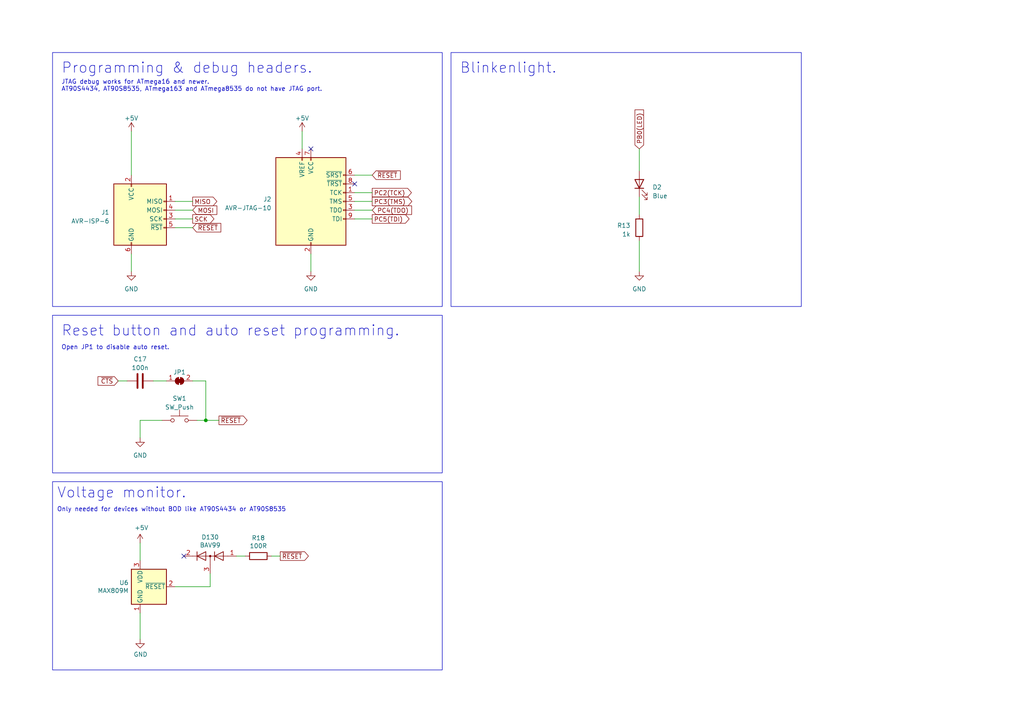
<source format=kicad_sch>
(kicad_sch (version 20230121) (generator eeschema)

  (uuid 38ab4f6b-bcaf-490a-9a26-737c3775a471)

  (paper "A4")

  (title_block
    (title "AT90S8535 demo board")
    (date "2023-04-01")
    (rev "V1.0")
    (company "https://github.com/atoomnetmarc/AVR-demo-board")
    (comment 1 "Apache License, version 2.0")
  )

  (lib_symbols
    (symbol "Connector:AVR-ISP-6" (pin_names (offset 1.016)) (in_bom yes) (on_board yes)
      (property "Reference" "J" (at -6.35 11.43 0)
        (effects (font (size 1.27 1.27)) (justify left))
      )
      (property "Value" "AVR-ISP-6" (at 0 11.43 0)
        (effects (font (size 1.27 1.27)) (justify left))
      )
      (property "Footprint" "" (at -6.35 1.27 90)
        (effects (font (size 1.27 1.27)) hide)
      )
      (property "Datasheet" " ~" (at -32.385 -13.97 0)
        (effects (font (size 1.27 1.27)) hide)
      )
      (property "ki_keywords" "AVR ISP Connector" (at 0 0 0)
        (effects (font (size 1.27 1.27)) hide)
      )
      (property "ki_description" "Atmel 6-pin ISP connector" (at 0 0 0)
        (effects (font (size 1.27 1.27)) hide)
      )
      (property "ki_fp_filters" "IDC?Header*2x03* Pin?Header*2x03*" (at 0 0 0)
        (effects (font (size 1.27 1.27)) hide)
      )
      (symbol "AVR-ISP-6_0_1"
        (rectangle (start -2.667 -6.858) (end -2.413 -7.62)
          (stroke (width 0) (type default))
          (fill (type none))
        )
        (rectangle (start -2.667 10.16) (end -2.413 9.398)
          (stroke (width 0) (type default))
          (fill (type none))
        )
        (rectangle (start 7.62 -2.413) (end 6.858 -2.667)
          (stroke (width 0) (type default))
          (fill (type none))
        )
        (rectangle (start 7.62 0.127) (end 6.858 -0.127)
          (stroke (width 0) (type default))
          (fill (type none))
        )
        (rectangle (start 7.62 2.667) (end 6.858 2.413)
          (stroke (width 0) (type default))
          (fill (type none))
        )
        (rectangle (start 7.62 5.207) (end 6.858 4.953)
          (stroke (width 0) (type default))
          (fill (type none))
        )
        (rectangle (start 7.62 10.16) (end -7.62 -7.62)
          (stroke (width 0.254) (type default))
          (fill (type background))
        )
      )
      (symbol "AVR-ISP-6_1_1"
        (pin passive line (at 10.16 5.08 180) (length 2.54)
          (name "MISO" (effects (font (size 1.27 1.27))))
          (number "1" (effects (font (size 1.27 1.27))))
        )
        (pin passive line (at -2.54 12.7 270) (length 2.54)
          (name "VCC" (effects (font (size 1.27 1.27))))
          (number "2" (effects (font (size 1.27 1.27))))
        )
        (pin passive line (at 10.16 0 180) (length 2.54)
          (name "SCK" (effects (font (size 1.27 1.27))))
          (number "3" (effects (font (size 1.27 1.27))))
        )
        (pin passive line (at 10.16 2.54 180) (length 2.54)
          (name "MOSI" (effects (font (size 1.27 1.27))))
          (number "4" (effects (font (size 1.27 1.27))))
        )
        (pin passive line (at 10.16 -2.54 180) (length 2.54)
          (name "~{RST}" (effects (font (size 1.27 1.27))))
          (number "5" (effects (font (size 1.27 1.27))))
        )
        (pin passive line (at -2.54 -10.16 90) (length 2.54)
          (name "GND" (effects (font (size 1.27 1.27))))
          (number "6" (effects (font (size 1.27 1.27))))
        )
      )
    )
    (symbol "Connector:AVR-JTAG-10" (pin_names (offset 1.016)) (in_bom yes) (on_board yes)
      (property "Reference" "J" (at -8.89 13.97 0)
        (effects (font (size 1.27 1.27)) (justify left))
      )
      (property "Value" "AVR-JTAG-10" (at 1.27 13.97 0)
        (effects (font (size 1.27 1.27)) (justify left))
      )
      (property "Footprint" "" (at -3.81 3.81 90)
        (effects (font (size 1.27 1.27)) hide)
      )
      (property "Datasheet" " ~" (at -32.385 -13.97 0)
        (effects (font (size 1.27 1.27)) hide)
      )
      (property "ki_keywords" "AVR JTAG Connector" (at 0 0 0)
        (effects (font (size 1.27 1.27)) hide)
      )
      (property "ki_description" "Atmel 10-pin JTAG connector" (at 0 0 0)
        (effects (font (size 1.27 1.27)) hide)
      )
      (property "ki_fp_filters" "IDC?Header*2x05* Pin?Header*2x05*" (at 0 0 0)
        (effects (font (size 1.27 1.27)) hide)
      )
      (symbol "AVR-JTAG-10_0_1"
        (rectangle (start -2.667 12.7) (end -2.413 11.938)
          (stroke (width 0) (type default))
          (fill (type none))
        )
        (rectangle (start -0.127 -11.938) (end 0.127 -12.7)
          (stroke (width 0) (type default))
          (fill (type none))
        )
        (rectangle (start -0.127 12.7) (end 0.127 11.938)
          (stroke (width 0) (type default))
          (fill (type none))
        )
        (rectangle (start 10.16 -4.953) (end 9.398 -5.207)
          (stroke (width 0) (type default))
          (fill (type none))
        )
        (rectangle (start 10.16 -2.413) (end 9.398 -2.667)
          (stroke (width 0) (type default))
          (fill (type none))
        )
        (rectangle (start 10.16 0.127) (end 9.398 -0.127)
          (stroke (width 0) (type default))
          (fill (type none))
        )
        (rectangle (start 10.16 2.667) (end 9.398 2.413)
          (stroke (width 0) (type default))
          (fill (type none))
        )
        (rectangle (start 10.16 5.207) (end 9.398 4.953)
          (stroke (width 0) (type default))
          (fill (type none))
        )
        (rectangle (start 10.16 7.747) (end 9.398 7.493)
          (stroke (width 0) (type default))
          (fill (type none))
        )
        (rectangle (start 10.16 12.7) (end -10.16 -12.7)
          (stroke (width 0.254) (type default))
          (fill (type background))
        )
      )
      (symbol "AVR-JTAG-10_1_1"
        (pin passive line (at 12.7 2.54 180) (length 2.54)
          (name "TCK" (effects (font (size 1.27 1.27))))
          (number "1" (effects (font (size 1.27 1.27))))
        )
        (pin passive line (at 0 -15.24 90) (length 2.54) hide
          (name "GND" (effects (font (size 1.27 1.27))))
          (number "10" (effects (font (size 1.27 1.27))))
        )
        (pin passive line (at 0 -15.24 90) (length 2.54)
          (name "GND" (effects (font (size 1.27 1.27))))
          (number "2" (effects (font (size 1.27 1.27))))
        )
        (pin passive line (at 12.7 -2.54 180) (length 2.54)
          (name "TDO" (effects (font (size 1.27 1.27))))
          (number "3" (effects (font (size 1.27 1.27))))
        )
        (pin passive line (at -2.54 15.24 270) (length 2.54)
          (name "VREF" (effects (font (size 1.27 1.27))))
          (number "4" (effects (font (size 1.27 1.27))))
        )
        (pin passive line (at 12.7 0 180) (length 2.54)
          (name "TMS" (effects (font (size 1.27 1.27))))
          (number "5" (effects (font (size 1.27 1.27))))
        )
        (pin passive line (at 12.7 7.62 180) (length 2.54)
          (name "~{SRST}" (effects (font (size 1.27 1.27))))
          (number "6" (effects (font (size 1.27 1.27))))
        )
        (pin passive line (at 0 15.24 270) (length 2.54)
          (name "VCC" (effects (font (size 1.27 1.27))))
          (number "7" (effects (font (size 1.27 1.27))))
        )
        (pin passive line (at 12.7 5.08 180) (length 2.54)
          (name "~{TRST}" (effects (font (size 1.27 1.27))))
          (number "8" (effects (font (size 1.27 1.27))))
        )
        (pin passive line (at 12.7 -5.08 180) (length 2.54)
          (name "TDI" (effects (font (size 1.27 1.27))))
          (number "9" (effects (font (size 1.27 1.27))))
        )
      )
    )
    (symbol "Device:C" (pin_numbers hide) (pin_names (offset 0.254)) (in_bom yes) (on_board yes)
      (property "Reference" "C" (at 0.635 2.54 0)
        (effects (font (size 1.27 1.27)) (justify left))
      )
      (property "Value" "C" (at 0.635 -2.54 0)
        (effects (font (size 1.27 1.27)) (justify left))
      )
      (property "Footprint" "" (at 0.9652 -3.81 0)
        (effects (font (size 1.27 1.27)) hide)
      )
      (property "Datasheet" "~" (at 0 0 0)
        (effects (font (size 1.27 1.27)) hide)
      )
      (property "ki_keywords" "cap capacitor" (at 0 0 0)
        (effects (font (size 1.27 1.27)) hide)
      )
      (property "ki_description" "Unpolarized capacitor" (at 0 0 0)
        (effects (font (size 1.27 1.27)) hide)
      )
      (property "ki_fp_filters" "C_*" (at 0 0 0)
        (effects (font (size 1.27 1.27)) hide)
      )
      (symbol "C_0_1"
        (polyline
          (pts
            (xy -2.032 -0.762)
            (xy 2.032 -0.762)
          )
          (stroke (width 0.508) (type default))
          (fill (type none))
        )
        (polyline
          (pts
            (xy -2.032 0.762)
            (xy 2.032 0.762)
          )
          (stroke (width 0.508) (type default))
          (fill (type none))
        )
      )
      (symbol "C_1_1"
        (pin passive line (at 0 3.81 270) (length 2.794)
          (name "~" (effects (font (size 1.27 1.27))))
          (number "1" (effects (font (size 1.27 1.27))))
        )
        (pin passive line (at 0 -3.81 90) (length 2.794)
          (name "~" (effects (font (size 1.27 1.27))))
          (number "2" (effects (font (size 1.27 1.27))))
        )
      )
    )
    (symbol "Device:LED" (pin_numbers hide) (pin_names (offset 1.016) hide) (in_bom yes) (on_board yes)
      (property "Reference" "D" (at 0 2.54 0)
        (effects (font (size 1.27 1.27)))
      )
      (property "Value" "LED" (at 0 -2.54 0)
        (effects (font (size 1.27 1.27)))
      )
      (property "Footprint" "" (at 0 0 0)
        (effects (font (size 1.27 1.27)) hide)
      )
      (property "Datasheet" "~" (at 0 0 0)
        (effects (font (size 1.27 1.27)) hide)
      )
      (property "ki_keywords" "LED diode" (at 0 0 0)
        (effects (font (size 1.27 1.27)) hide)
      )
      (property "ki_description" "Light emitting diode" (at 0 0 0)
        (effects (font (size 1.27 1.27)) hide)
      )
      (property "ki_fp_filters" "LED* LED_SMD:* LED_THT:*" (at 0 0 0)
        (effects (font (size 1.27 1.27)) hide)
      )
      (symbol "LED_0_1"
        (polyline
          (pts
            (xy -1.27 -1.27)
            (xy -1.27 1.27)
          )
          (stroke (width 0.254) (type default))
          (fill (type none))
        )
        (polyline
          (pts
            (xy -1.27 0)
            (xy 1.27 0)
          )
          (stroke (width 0) (type default))
          (fill (type none))
        )
        (polyline
          (pts
            (xy 1.27 -1.27)
            (xy 1.27 1.27)
            (xy -1.27 0)
            (xy 1.27 -1.27)
          )
          (stroke (width 0.254) (type default))
          (fill (type none))
        )
        (polyline
          (pts
            (xy -3.048 -0.762)
            (xy -4.572 -2.286)
            (xy -3.81 -2.286)
            (xy -4.572 -2.286)
            (xy -4.572 -1.524)
          )
          (stroke (width 0) (type default))
          (fill (type none))
        )
        (polyline
          (pts
            (xy -1.778 -0.762)
            (xy -3.302 -2.286)
            (xy -2.54 -2.286)
            (xy -3.302 -2.286)
            (xy -3.302 -1.524)
          )
          (stroke (width 0) (type default))
          (fill (type none))
        )
      )
      (symbol "LED_1_1"
        (pin passive line (at -3.81 0 0) (length 2.54)
          (name "K" (effects (font (size 1.27 1.27))))
          (number "1" (effects (font (size 1.27 1.27))))
        )
        (pin passive line (at 3.81 0 180) (length 2.54)
          (name "A" (effects (font (size 1.27 1.27))))
          (number "2" (effects (font (size 1.27 1.27))))
        )
      )
    )
    (symbol "Device:R" (pin_numbers hide) (pin_names (offset 0)) (in_bom yes) (on_board yes)
      (property "Reference" "R" (at 2.032 0 90)
        (effects (font (size 1.27 1.27)))
      )
      (property "Value" "R" (at 0 0 90)
        (effects (font (size 1.27 1.27)))
      )
      (property "Footprint" "" (at -1.778 0 90)
        (effects (font (size 1.27 1.27)) hide)
      )
      (property "Datasheet" "~" (at 0 0 0)
        (effects (font (size 1.27 1.27)) hide)
      )
      (property "ki_keywords" "R res resistor" (at 0 0 0)
        (effects (font (size 1.27 1.27)) hide)
      )
      (property "ki_description" "Resistor" (at 0 0 0)
        (effects (font (size 1.27 1.27)) hide)
      )
      (property "ki_fp_filters" "R_*" (at 0 0 0)
        (effects (font (size 1.27 1.27)) hide)
      )
      (symbol "R_0_1"
        (rectangle (start -1.016 -2.54) (end 1.016 2.54)
          (stroke (width 0.254) (type default))
          (fill (type none))
        )
      )
      (symbol "R_1_1"
        (pin passive line (at 0 3.81 270) (length 1.27)
          (name "~" (effects (font (size 1.27 1.27))))
          (number "1" (effects (font (size 1.27 1.27))))
        )
        (pin passive line (at 0 -3.81 90) (length 1.27)
          (name "~" (effects (font (size 1.27 1.27))))
          (number "2" (effects (font (size 1.27 1.27))))
        )
      )
    )
    (symbol "Diode:BAV99" (pin_names hide) (in_bom yes) (on_board yes)
      (property "Reference" "D" (at 0 5.08 0)
        (effects (font (size 1.27 1.27)))
      )
      (property "Value" "BAV99" (at 0 2.54 0)
        (effects (font (size 1.27 1.27)))
      )
      (property "Footprint" "Package_TO_SOT_SMD:SOT-23" (at 0 -12.7 0)
        (effects (font (size 1.27 1.27)) hide)
      )
      (property "Datasheet" "https://assets.nexperia.com/documents/data-sheet/BAV99_SER.pdf" (at 0 0 0)
        (effects (font (size 1.27 1.27)) hide)
      )
      (property "ki_keywords" "diode" (at 0 0 0)
        (effects (font (size 1.27 1.27)) hide)
      )
      (property "ki_description" "BAV99 High-speed switching diodes, SOT-23" (at 0 0 0)
        (effects (font (size 1.27 1.27)) hide)
      )
      (property "ki_fp_filters" "SOT?23*" (at 0 0 0)
        (effects (font (size 1.27 1.27)) hide)
      )
      (symbol "BAV99_0_1"
        (polyline
          (pts
            (xy -5.08 0)
            (xy 5.08 0)
          )
          (stroke (width 0) (type default))
          (fill (type none))
        )
      )
      (symbol "BAV99_1_1"
        (polyline
          (pts
            (xy 0 0)
            (xy 0 -2.54)
          )
          (stroke (width 0) (type default))
          (fill (type none))
        )
        (polyline
          (pts
            (xy -1.27 -1.27)
            (xy -1.27 1.27)
            (xy -1.27 1.27)
          )
          (stroke (width 0.2032) (type default))
          (fill (type none))
        )
        (polyline
          (pts
            (xy 3.81 1.27)
            (xy 3.81 -1.27)
            (xy 3.81 -1.27)
          )
          (stroke (width 0.2032) (type default))
          (fill (type none))
        )
        (polyline
          (pts
            (xy -3.81 1.27)
            (xy -1.27 0)
            (xy -3.81 -1.27)
            (xy -3.81 1.27)
            (xy -3.81 1.27)
            (xy -3.81 1.27)
          )
          (stroke (width 0.2032) (type default))
          (fill (type none))
        )
        (polyline
          (pts
            (xy 1.27 1.27)
            (xy 3.81 0)
            (xy 1.27 -1.27)
            (xy 1.27 1.27)
            (xy 1.27 1.27)
            (xy 1.27 1.27)
          )
          (stroke (width 0.2032) (type default))
          (fill (type none))
        )
        (circle (center 0 0) (radius 0.254)
          (stroke (width 0) (type default))
          (fill (type outline))
        )
        (pin passive line (at -7.62 0 0) (length 2.54)
          (name "K" (effects (font (size 1.27 1.27))))
          (number "1" (effects (font (size 1.27 1.27))))
        )
        (pin passive line (at 7.62 0 180) (length 2.54)
          (name "A" (effects (font (size 1.27 1.27))))
          (number "2" (effects (font (size 1.27 1.27))))
        )
        (pin passive line (at 0 -5.08 90) (length 2.54)
          (name "K" (effects (font (size 1.27 1.27))))
          (number "3" (effects (font (size 1.27 1.27))))
        )
      )
    )
    (symbol "Jumper:SolderJumper_2_Bridged" (pin_names (offset 0) hide) (in_bom yes) (on_board yes)
      (property "Reference" "JP" (at 0 2.032 0)
        (effects (font (size 1.27 1.27)))
      )
      (property "Value" "SolderJumper_2_Bridged" (at 0 -2.54 0)
        (effects (font (size 1.27 1.27)))
      )
      (property "Footprint" "" (at 0 0 0)
        (effects (font (size 1.27 1.27)) hide)
      )
      (property "Datasheet" "~" (at 0 0 0)
        (effects (font (size 1.27 1.27)) hide)
      )
      (property "ki_keywords" "solder jumper SPST" (at 0 0 0)
        (effects (font (size 1.27 1.27)) hide)
      )
      (property "ki_description" "Solder Jumper, 2-pole, closed/bridged" (at 0 0 0)
        (effects (font (size 1.27 1.27)) hide)
      )
      (property "ki_fp_filters" "SolderJumper*Bridged*" (at 0 0 0)
        (effects (font (size 1.27 1.27)) hide)
      )
      (symbol "SolderJumper_2_Bridged_0_1"
        (rectangle (start -0.508 0.508) (end 0.508 -0.508)
          (stroke (width 0) (type default))
          (fill (type outline))
        )
        (arc (start -0.254 1.016) (mid -1.2656 0) (end -0.254 -1.016)
          (stroke (width 0) (type default))
          (fill (type none))
        )
        (arc (start -0.254 1.016) (mid -1.2656 0) (end -0.254 -1.016)
          (stroke (width 0) (type default))
          (fill (type outline))
        )
        (polyline
          (pts
            (xy -0.254 1.016)
            (xy -0.254 -1.016)
          )
          (stroke (width 0) (type default))
          (fill (type none))
        )
        (polyline
          (pts
            (xy 0.254 1.016)
            (xy 0.254 -1.016)
          )
          (stroke (width 0) (type default))
          (fill (type none))
        )
        (arc (start 0.254 -1.016) (mid 1.2656 0) (end 0.254 1.016)
          (stroke (width 0) (type default))
          (fill (type none))
        )
        (arc (start 0.254 -1.016) (mid 1.2656 0) (end 0.254 1.016)
          (stroke (width 0) (type default))
          (fill (type outline))
        )
      )
      (symbol "SolderJumper_2_Bridged_1_1"
        (pin passive line (at -3.81 0 0) (length 2.54)
          (name "A" (effects (font (size 1.27 1.27))))
          (number "1" (effects (font (size 1.27 1.27))))
        )
        (pin passive line (at 3.81 0 180) (length 2.54)
          (name "B" (effects (font (size 1.27 1.27))))
          (number "2" (effects (font (size 1.27 1.27))))
        )
      )
    )
    (symbol "Power_Supervisor:TPS3839DBZ" (pin_names (offset 0.254)) (in_bom yes) (on_board yes)
      (property "Reference" "U" (at 2.54 8.89 0)
        (effects (font (size 1.27 1.27)) (justify left))
      )
      (property "Value" "TPS3839DBZ" (at 2.54 6.35 0)
        (effects (font (size 1.27 1.27)) (justify left))
      )
      (property "Footprint" "Package_TO_SOT_SMD:SOT-23" (at 0 0 0)
        (effects (font (size 1.27 1.27)) hide)
      )
      (property "Datasheet" "http://www.ti.com/lit/ds/sbvs193d/sbvs193d.pdf" (at 0 0 0)
        (effects (font (size 1.27 1.27)) hide)
      )
      (property "ki_keywords" "supply voltage supervisor" (at 0 0 0)
        (effects (font (size 1.27 1.27)) hide)
      )
      (property "ki_description" "150-nA, Ultralow Power, Supply Voltage Monitor, SOT-23" (at 0 0 0)
        (effects (font (size 1.27 1.27)) hide)
      )
      (property "ki_fp_filters" "SOT?23*" (at 0 0 0)
        (effects (font (size 1.27 1.27)) hide)
      )
      (symbol "TPS3839DBZ_0_1"
        (rectangle (start -2.54 5.08) (end 7.62 -5.08)
          (stroke (width 0.254) (type default))
          (fill (type background))
        )
      )
      (symbol "TPS3839DBZ_1_1"
        (pin power_in line (at 0 -7.62 90) (length 2.54)
          (name "GND" (effects (font (size 1.27 1.27))))
          (number "1" (effects (font (size 1.27 1.27))))
        )
        (pin output line (at 10.16 0 180) (length 2.54)
          (name "~{RESET}" (effects (font (size 1.27 1.27))))
          (number "2" (effects (font (size 1.27 1.27))))
        )
        (pin power_in line (at 0 7.62 270) (length 2.54)
          (name "VDD" (effects (font (size 1.27 1.27))))
          (number "3" (effects (font (size 1.27 1.27))))
        )
      )
    )
    (symbol "Switch:SW_Push" (pin_numbers hide) (pin_names (offset 1.016) hide) (in_bom yes) (on_board yes)
      (property "Reference" "SW" (at 1.27 2.54 0)
        (effects (font (size 1.27 1.27)) (justify left))
      )
      (property "Value" "SW_Push" (at 0 -1.524 0)
        (effects (font (size 1.27 1.27)))
      )
      (property "Footprint" "" (at 0 5.08 0)
        (effects (font (size 1.27 1.27)) hide)
      )
      (property "Datasheet" "~" (at 0 5.08 0)
        (effects (font (size 1.27 1.27)) hide)
      )
      (property "ki_keywords" "switch normally-open pushbutton push-button" (at 0 0 0)
        (effects (font (size 1.27 1.27)) hide)
      )
      (property "ki_description" "Push button switch, generic, two pins" (at 0 0 0)
        (effects (font (size 1.27 1.27)) hide)
      )
      (symbol "SW_Push_0_1"
        (circle (center -2.032 0) (radius 0.508)
          (stroke (width 0) (type default))
          (fill (type none))
        )
        (polyline
          (pts
            (xy 0 1.27)
            (xy 0 3.048)
          )
          (stroke (width 0) (type default))
          (fill (type none))
        )
        (polyline
          (pts
            (xy 2.54 1.27)
            (xy -2.54 1.27)
          )
          (stroke (width 0) (type default))
          (fill (type none))
        )
        (circle (center 2.032 0) (radius 0.508)
          (stroke (width 0) (type default))
          (fill (type none))
        )
        (pin passive line (at -5.08 0 0) (length 2.54)
          (name "1" (effects (font (size 1.27 1.27))))
          (number "1" (effects (font (size 1.27 1.27))))
        )
        (pin passive line (at 5.08 0 180) (length 2.54)
          (name "2" (effects (font (size 1.27 1.27))))
          (number "2" (effects (font (size 1.27 1.27))))
        )
      )
    )
    (symbol "power:+5V" (power) (pin_names (offset 0)) (in_bom yes) (on_board yes)
      (property "Reference" "#PWR" (at 0 -3.81 0)
        (effects (font (size 1.27 1.27)) hide)
      )
      (property "Value" "+5V" (at 0 3.556 0)
        (effects (font (size 1.27 1.27)))
      )
      (property "Footprint" "" (at 0 0 0)
        (effects (font (size 1.27 1.27)) hide)
      )
      (property "Datasheet" "" (at 0 0 0)
        (effects (font (size 1.27 1.27)) hide)
      )
      (property "ki_keywords" "global power" (at 0 0 0)
        (effects (font (size 1.27 1.27)) hide)
      )
      (property "ki_description" "Power symbol creates a global label with name \"+5V\"" (at 0 0 0)
        (effects (font (size 1.27 1.27)) hide)
      )
      (symbol "+5V_0_1"
        (polyline
          (pts
            (xy -0.762 1.27)
            (xy 0 2.54)
          )
          (stroke (width 0) (type default))
          (fill (type none))
        )
        (polyline
          (pts
            (xy 0 0)
            (xy 0 2.54)
          )
          (stroke (width 0) (type default))
          (fill (type none))
        )
        (polyline
          (pts
            (xy 0 2.54)
            (xy 0.762 1.27)
          )
          (stroke (width 0) (type default))
          (fill (type none))
        )
      )
      (symbol "+5V_1_1"
        (pin power_in line (at 0 0 90) (length 0) hide
          (name "+5V" (effects (font (size 1.27 1.27))))
          (number "1" (effects (font (size 1.27 1.27))))
        )
      )
    )
    (symbol "power:GND" (power) (pin_names (offset 0)) (in_bom yes) (on_board yes)
      (property "Reference" "#PWR" (at 0 -6.35 0)
        (effects (font (size 1.27 1.27)) hide)
      )
      (property "Value" "GND" (at 0 -3.81 0)
        (effects (font (size 1.27 1.27)))
      )
      (property "Footprint" "" (at 0 0 0)
        (effects (font (size 1.27 1.27)) hide)
      )
      (property "Datasheet" "" (at 0 0 0)
        (effects (font (size 1.27 1.27)) hide)
      )
      (property "ki_keywords" "global power" (at 0 0 0)
        (effects (font (size 1.27 1.27)) hide)
      )
      (property "ki_description" "Power symbol creates a global label with name \"GND\" , ground" (at 0 0 0)
        (effects (font (size 1.27 1.27)) hide)
      )
      (symbol "GND_0_1"
        (polyline
          (pts
            (xy 0 0)
            (xy 0 -1.27)
            (xy 1.27 -1.27)
            (xy 0 -2.54)
            (xy -1.27 -1.27)
            (xy 0 -1.27)
          )
          (stroke (width 0) (type default))
          (fill (type none))
        )
      )
      (symbol "GND_1_1"
        (pin power_in line (at 0 0 270) (length 0) hide
          (name "GND" (effects (font (size 1.27 1.27))))
          (number "1" (effects (font (size 1.27 1.27))))
        )
      )
    )
  )

  (junction (at 59.69 121.92) (diameter 0) (color 0 0 0 0)
    (uuid 80042ac5-0ea0-4be3-94a6-83948df203b4)
  )

  (no_connect (at 53.34 161.29) (uuid 34d89c96-244f-45bb-b445-7ab513cbf2bd))
  (no_connect (at 102.87 53.34) (uuid 533d2465-3ca9-483d-a0c9-3d4bb09e8768))
  (no_connect (at 90.17 43.18) (uuid ff2bfbd8-024a-4424-8312-418870a440f1))

  (wire (pts (xy 59.69 110.49) (xy 59.69 121.92))
    (stroke (width 0) (type default))
    (uuid 01da8792-9b77-48da-b77f-31ded2588902)
  )
  (wire (pts (xy 185.42 69.85) (xy 185.42 78.74))
    (stroke (width 0) (type default))
    (uuid 037b859b-db2c-46fb-9ec2-566a0472975c)
  )
  (wire (pts (xy 50.8 170.18) (xy 60.96 170.18))
    (stroke (width 0) (type default))
    (uuid 073b5e48-5d27-49a2-862e-354e4356d9cd)
  )
  (wire (pts (xy 55.88 110.49) (xy 59.69 110.49))
    (stroke (width 0) (type default))
    (uuid 21903f2a-7f2d-4180-9dfd-247f8939f9e1)
  )
  (wire (pts (xy 40.64 162.56) (xy 40.64 157.48))
    (stroke (width 0) (type default))
    (uuid 249841dc-6bea-48be-8d05-ab1eca1dc415)
  )
  (wire (pts (xy 40.64 127) (xy 40.64 121.92))
    (stroke (width 0) (type default))
    (uuid 24f6d2ca-f0ea-41bb-9b98-20350e714d0e)
  )
  (wire (pts (xy 60.96 170.18) (xy 60.96 166.37))
    (stroke (width 0) (type default))
    (uuid 26d2b671-477e-4d5a-a9b3-f208fc8cb5d1)
  )
  (wire (pts (xy 87.63 38.1) (xy 87.63 43.18))
    (stroke (width 0) (type default))
    (uuid 2916fae2-5ab7-47ee-8a75-db0a08b2ac6c)
  )
  (wire (pts (xy 71.12 161.29) (xy 68.58 161.29))
    (stroke (width 0) (type default))
    (uuid 300f56eb-e75b-4c8d-a8ab-18586eb7ca88)
  )
  (wire (pts (xy 78.74 161.29) (xy 81.28 161.29))
    (stroke (width 0) (type default))
    (uuid 30e64863-7021-46ba-95c0-acd6dae29e6c)
  )
  (wire (pts (xy 40.64 177.8) (xy 40.64 185.42))
    (stroke (width 0) (type default))
    (uuid 372f628c-c542-4b6a-8ad3-494cd0e6cbf6)
  )
  (wire (pts (xy 107.95 63.5) (xy 102.87 63.5))
    (stroke (width 0) (type default))
    (uuid 3d5ac3b0-a055-4935-8348-ff3c9b0f5721)
  )
  (wire (pts (xy 55.88 58.42) (xy 50.8 58.42))
    (stroke (width 0) (type default))
    (uuid 4a7276f1-2aaf-4c21-a77a-3638100f5f0e)
  )
  (wire (pts (xy 44.45 110.49) (xy 48.26 110.49))
    (stroke (width 0) (type default))
    (uuid 4b27b271-e7ad-409d-8428-3d452fa07068)
  )
  (wire (pts (xy 107.95 58.42) (xy 102.87 58.42))
    (stroke (width 0) (type default))
    (uuid 700fb428-afd4-45e4-955d-7c2f85a27464)
  )
  (wire (pts (xy 38.1 38.1) (xy 38.1 50.8))
    (stroke (width 0) (type default))
    (uuid 80ae0396-c2d0-4dbf-b807-4968ded90374)
  )
  (wire (pts (xy 55.88 60.96) (xy 50.8 60.96))
    (stroke (width 0) (type default))
    (uuid 817a50f5-c6c8-4c08-abcf-d4bb10be898d)
  )
  (wire (pts (xy 107.95 55.88) (xy 102.87 55.88))
    (stroke (width 0) (type default))
    (uuid 82c66d3e-8910-41ca-a330-6ef4294af399)
  )
  (wire (pts (xy 59.69 121.92) (xy 63.5 121.92))
    (stroke (width 0) (type default))
    (uuid 994ed074-3a5d-4112-bf73-708dfd3b7066)
  )
  (wire (pts (xy 107.95 60.96) (xy 102.87 60.96))
    (stroke (width 0) (type default))
    (uuid 9d43633d-ffe6-463a-adcb-aa497a3912c2)
  )
  (wire (pts (xy 34.29 110.49) (xy 36.83 110.49))
    (stroke (width 0) (type default))
    (uuid a413c49d-03e6-49b1-819d-4b007a5d0976)
  )
  (wire (pts (xy 50.8 66.04) (xy 55.88 66.04))
    (stroke (width 0) (type default))
    (uuid a53fe6dc-0c0d-4581-a852-e32db65496da)
  )
  (wire (pts (xy 55.88 63.5) (xy 50.8 63.5))
    (stroke (width 0) (type default))
    (uuid a79571ea-73d4-4e97-9a5f-2e3e29551387)
  )
  (wire (pts (xy 185.42 43.18) (xy 185.42 49.53))
    (stroke (width 0) (type default))
    (uuid acd636f3-9e8b-419c-aca5-3c3700b4b4e4)
  )
  (wire (pts (xy 57.15 121.92) (xy 59.69 121.92))
    (stroke (width 0) (type default))
    (uuid ccaa5b9c-84d8-4fee-bad2-6a0c3da83068)
  )
  (wire (pts (xy 40.64 121.92) (xy 46.99 121.92))
    (stroke (width 0) (type default))
    (uuid dfa2dd02-1a3f-40fe-afc9-0402889aa307)
  )
  (wire (pts (xy 38.1 73.66) (xy 38.1 78.74))
    (stroke (width 0) (type default))
    (uuid e70667cb-77b2-4f67-9372-b7473c2803ff)
  )
  (wire (pts (xy 102.87 50.8) (xy 107.95 50.8))
    (stroke (width 0) (type default))
    (uuid e77bf403-f9ab-4ce8-a846-db9ebd26b765)
  )
  (wire (pts (xy 90.17 73.66) (xy 90.17 78.74))
    (stroke (width 0) (type default))
    (uuid f7c7bfe7-bf93-4f22-acf2-a09a6bbfa245)
  )
  (wire (pts (xy 185.42 57.15) (xy 185.42 62.23))
    (stroke (width 0) (type default))
    (uuid f938a4ff-3590-405e-b494-79368e51f5dd)
  )

  (rectangle (start 130.81 15.24) (end 232.41 88.9)
    (stroke (width 0) (type default))
    (fill (type none))
    (uuid 10d31e4b-ae03-49a8-a78e-0b57e59bdf5d)
  )
  (rectangle (start 15.24 139.7) (end 128.27 194.31)
    (stroke (width 0) (type default))
    (fill (type none))
    (uuid 7159c6c7-0c98-4a97-bd67-bb19ce32a6bc)
  )
  (rectangle (start 15.24 15.24) (end 128.27 88.9)
    (stroke (width 0) (type default))
    (fill (type none))
    (uuid 8d40cc81-4259-4698-90a5-993150f873c3)
  )
  (rectangle (start 15.24 91.44) (end 128.27 137.16)
    (stroke (width 0) (type default))
    (fill (type none))
    (uuid cf0405c6-9c24-4ea7-b304-23d7e37adb7f)
  )

  (text "Open JP1 to disable auto reset." (at 17.78 101.6 0)
    (effects (font (size 1.27 1.27)) (justify left bottom))
    (uuid 2d5f592d-a304-429a-81ac-7fd0e40d4076)
  )
  (text "Programming & debug headers." (at 17.78 21.59 0)
    (effects (font (size 3 3)) (justify left bottom))
    (uuid 3d0c4a5c-7043-4e52-b468-d82416aa249c)
  )
  (text "Reset button and auto reset programming." (at 17.78 97.79 0)
    (effects (font (size 3 3)) (justify left bottom))
    (uuid 5bd3d47d-fb13-4a4d-9a77-d076abe9c277)
  )
  (text "Voltage monitor." (at 16.51 144.78 0)
    (effects (font (size 3 3)) (justify left bottom))
    (uuid 73f86153-3fbd-4735-8343-c1645a1f60d1)
  )
  (text "Only needed for devices without BOD like AT90S4434 or AT90S8535"
    (at 16.51 148.59 0)
    (effects (font (size 1.27 1.27)) (justify left bottom))
    (uuid 9e5e14b2-2d47-488c-bdb8-29462ee771b0)
  )
  (text "Blinkenlight." (at 133.35 21.59 0)
    (effects (font (size 3 3)) (justify left bottom))
    (uuid f202b2a3-74d3-4b1e-a82b-c601b62261b1)
  )
  (text "JTAG debug works for ATmega16 and newer.\nAT90S4434, AT90S8535, ATmega163 and ATmega8535 do not have JTAG port."
    (at 17.78 26.67 0)
    (effects (font (size 1.27 1.27)) (justify left bottom))
    (uuid fb0b1053-cfd5-466b-84c6-aa2d3bfd8717)
  )

  (global_label "~{RESET}" (shape input) (at 107.95 50.8 0) (fields_autoplaced)
    (effects (font (size 1.27 1.27)) (justify left))
    (uuid 3faf5116-01fe-486b-9c96-98d0a17f0393)
    (property "Intersheetrefs" "${INTERSHEET_REFS}" (at 116.6009 50.8 0)
      (effects (font (size 1.27 1.27)) (justify left) hide)
    )
  )
  (global_label "PC4(TDO)" (shape input) (at 107.95 60.96 0) (fields_autoplaced)
    (effects (font (size 1.27 1.27)) (justify left))
    (uuid 55e36160-ef88-4760-8ec2-add2d0c9a0d6)
    (property "Intersheetrefs" "${INTERSHEET_REFS}" (at 114.4239 60.96 0)
      (effects (font (size 1.27 1.27)) (justify left) hide)
    )
  )
  (global_label "~{RESET}" (shape output) (at 63.5 121.92 0) (fields_autoplaced)
    (effects (font (size 1.27 1.27)) (justify left))
    (uuid 78e1ce8d-0554-4081-a0b1-f2aa54de23f3)
    (property "Intersheetrefs" "${INTERSHEET_REFS}" (at 72.1509 121.92 0)
      (effects (font (size 1.27 1.27)) (justify left) hide)
    )
  )
  (global_label "~{RESET}" (shape output) (at 81.28 161.29 0) (fields_autoplaced)
    (effects (font (size 1.27 1.27)) (justify left))
    (uuid 7abd8b5d-6c30-4f5a-984f-d8757d1ff794)
    (property "Intersheetrefs" "${INTERSHEET_REFS}" (at 89.2767 161.29 0)
      (effects (font (size 1.27 1.27)) (justify left) hide)
    )
  )
  (global_label "PC3(TMS)" (shape output) (at 107.95 58.42 0) (fields_autoplaced)
    (effects (font (size 1.27 1.27)) (justify left))
    (uuid 84d400c7-af78-4d83-9817-3addab3fa40e)
    (property "Intersheetrefs" "${INTERSHEET_REFS}" (at 114.4843 58.42 0)
      (effects (font (size 1.27 1.27)) (justify left) hide)
    )
  )
  (global_label "PC5(TDI)" (shape output) (at 107.95 63.5 0) (fields_autoplaced)
    (effects (font (size 1.27 1.27)) (justify left))
    (uuid 98274efd-87c2-47a4-ae61-acb52a383927)
    (property "Intersheetrefs" "${INTERSHEET_REFS}" (at 113.6982 63.5 0)
      (effects (font (size 1.27 1.27)) (justify left) hide)
    )
  )
  (global_label "SCK" (shape output) (at 55.88 63.5 0) (fields_autoplaced)
    (effects (font (size 1.27 1.27)) (justify left))
    (uuid a2fb24cd-c6b9-4264-80b3-09fdd34eaca8)
    (property "Intersheetrefs" "${INTERSHEET_REFS}" (at 62.5353 63.5 0)
      (effects (font (size 1.27 1.27)) (justify left) hide)
    )
  )
  (global_label "PC2(TCK)" (shape output) (at 107.95 55.88 0) (fields_autoplaced)
    (effects (font (size 1.27 1.27)) (justify left))
    (uuid bc447c8f-8343-4323-b1fd-a57ebcdac3f1)
    (property "Intersheetrefs" "${INTERSHEET_REFS}" (at 114.3634 55.88 0)
      (effects (font (size 1.27 1.27)) (justify left) hide)
    )
  )
  (global_label "MOSI" (shape input) (at 55.88 60.96 0) (fields_autoplaced)
    (effects (font (size 1.27 1.27)) (justify left))
    (uuid c71d0b88-3466-45ec-90e9-b6b11f3acc21)
    (property "Intersheetrefs" "${INTERSHEET_REFS}" (at 63.382 60.96 0)
      (effects (font (size 1.27 1.27)) (justify left) hide)
    )
  )
  (global_label "PB0(LED)" (shape input) (at 185.42 43.18 90) (fields_autoplaced)
    (effects (font (size 1.27 1.27)) (justify left))
    (uuid cc8886ef-0e1c-4b12-b82c-4ca87b110196)
    (property "Intersheetrefs" "${INTERSHEET_REFS}" (at 185.42 36.8271 90)
      (effects (font (size 1.27 1.27)) (justify left) hide)
    )
  )
  (global_label "~{RESET}" (shape input) (at 55.88 66.04 0) (fields_autoplaced)
    (effects (font (size 1.27 1.27)) (justify left))
    (uuid d13a8f74-db89-4484-934c-9c742def3af2)
    (property "Intersheetrefs" "${INTERSHEET_REFS}" (at 64.5309 66.04 0)
      (effects (font (size 1.27 1.27)) (justify left) hide)
    )
  )
  (global_label "~{CTS}" (shape input) (at 34.29 110.49 180) (fields_autoplaced)
    (effects (font (size 1.27 1.27)) (justify right))
    (uuid f06a64c7-9c7f-4959-8ed7-2dac2cc48813)
    (property "Intersheetrefs" "${INTERSHEET_REFS}" (at 27.9371 110.49 0)
      (effects (font (size 1.27 1.27)) (justify right) hide)
    )
  )
  (global_label "MISO" (shape output) (at 55.88 58.42 0) (fields_autoplaced)
    (effects (font (size 1.27 1.27)) (justify left))
    (uuid f4ca5eb1-3472-4455-adb9-92ac6a051ba6)
    (property "Intersheetrefs" "${INTERSHEET_REFS}" (at 63.382 58.42 0)
      (effects (font (size 1.27 1.27)) (justify left) hide)
    )
  )

  (symbol (lib_id "Switch:SW_Push") (at 52.07 121.92 0) (unit 1)
    (in_bom yes) (on_board yes) (dnp no) (fields_autoplaced)
    (uuid 0606387c-a92a-42a5-a7f2-f7e00bc8f582)
    (property "Reference" "SW1" (at 52.07 115.57 0)
      (effects (font (size 1.27 1.27)))
    )
    (property "Value" "SW_Push" (at 52.07 118.11 0)
      (effects (font (size 1.27 1.27)))
    )
    (property "Footprint" "Button_Switch_THT:SW_PUSH_6mm" (at 52.07 116.84 0)
      (effects (font (size 1.27 1.27)) hide)
    )
    (property "Datasheet" "~" (at 52.07 116.84 0)
      (effects (font (size 1.27 1.27)) hide)
    )
    (pin "1" (uuid 892f139f-b6c7-4a69-91f5-c11c8c4a89b5))
    (pin "2" (uuid 62c5b892-1466-4bc3-8e7a-ada94c4701c7))
    (instances
      (project "at90s8535"
        (path "/b25be410-ef2b-47a5-b0e7-4e30ab693d4d"
          (reference "SW1") (unit 1)
        )
        (path "/b25be410-ef2b-47a5-b0e7-4e30ab693d4d/1e646dbe-cff2-478d-8c98-86d3163284b6"
          (reference "SW1") (unit 1)
        )
      )
    )
  )

  (symbol (lib_id "Device:LED") (at 185.42 53.34 90) (unit 1)
    (in_bom yes) (on_board yes) (dnp no) (fields_autoplaced)
    (uuid 0a34c2b5-dce3-44c9-ba37-ebe669c41f89)
    (property "Reference" "D2" (at 189.23 54.2925 90)
      (effects (font (size 1.27 1.27)) (justify right))
    )
    (property "Value" "Blue" (at 189.23 56.8325 90)
      (effects (font (size 1.27 1.27)) (justify right))
    )
    (property "Footprint" "LED_THT:LED_D3.0mm" (at 185.42 53.34 0)
      (effects (font (size 1.27 1.27)) hide)
    )
    (property "Datasheet" "~" (at 185.42 53.34 0)
      (effects (font (size 1.27 1.27)) hide)
    )
    (pin "1" (uuid dbc273f5-1be4-4f43-b276-e07f2c25fe6a))
    (pin "2" (uuid 63db439f-412a-4ade-af63-22153b615d8f))
    (instances
      (project "at90s8535"
        (path "/b25be410-ef2b-47a5-b0e7-4e30ab693d4d"
          (reference "D2") (unit 1)
        )
        (path "/b25be410-ef2b-47a5-b0e7-4e30ab693d4d/1e646dbe-cff2-478d-8c98-86d3163284b6"
          (reference "D8") (unit 1)
        )
      )
    )
  )

  (symbol (lib_id "Connector:AVR-JTAG-10") (at 90.17 58.42 0) (unit 1)
    (in_bom yes) (on_board yes) (dnp no) (fields_autoplaced)
    (uuid 2f92318d-2682-4497-a19b-43b2d3470e26)
    (property "Reference" "J2" (at 78.74 57.785 0)
      (effects (font (size 1.27 1.27)) (justify right))
    )
    (property "Value" "AVR-JTAG-10" (at 78.74 60.325 0)
      (effects (font (size 1.27 1.27)) (justify right))
    )
    (property "Footprint" "Connector_IDC:IDC-Header_2x05_P2.54mm_Vertical" (at 86.36 54.61 90)
      (effects (font (size 1.27 1.27)) hide)
    )
    (property "Datasheet" " ~" (at 57.785 72.39 0)
      (effects (font (size 1.27 1.27)) hide)
    )
    (pin "1" (uuid 7a3f9009-5fc5-4d05-85ed-f4fb294068e7))
    (pin "10" (uuid 8eb0b5e1-6fd5-4bec-a561-6b9df7ccab06))
    (pin "2" (uuid d93163f0-84c8-424c-b4f4-cbbbfffec965))
    (pin "3" (uuid b03368db-f6fa-4241-96cd-78416ae7fefd))
    (pin "4" (uuid 68e480e7-e44b-48a2-9ba9-36a70de37c9d))
    (pin "5" (uuid b211fd65-b9c4-4a74-8a12-de998eb110e6))
    (pin "6" (uuid 9bffac52-2b76-46be-a04e-d96597b43f18))
    (pin "7" (uuid 28ec50e3-138f-4e71-acae-98f5b27dc7d2))
    (pin "8" (uuid 88c7c4c8-da01-4cc4-b6ed-c1045f1b586f))
    (pin "9" (uuid bf8b5367-743f-46e8-a616-46464302a540))
    (instances
      (project "at90s8535"
        (path "/b25be410-ef2b-47a5-b0e7-4e30ab693d4d"
          (reference "J2") (unit 1)
        )
        (path "/b25be410-ef2b-47a5-b0e7-4e30ab693d4d/1e646dbe-cff2-478d-8c98-86d3163284b6"
          (reference "J2") (unit 1)
        )
      )
    )
  )

  (symbol (lib_id "power:+5V") (at 87.63 38.1 0) (unit 1)
    (in_bom yes) (on_board yes) (dnp no) (fields_autoplaced)
    (uuid 34de9b7e-0ef6-4e3a-930f-cd5aeb1105c9)
    (property "Reference" "#PWR06" (at 87.63 41.91 0)
      (effects (font (size 1.27 1.27)) hide)
    )
    (property "Value" "+5V" (at 87.63 34.29 0)
      (effects (font (size 1.27 1.27)))
    )
    (property "Footprint" "" (at 87.63 38.1 0)
      (effects (font (size 1.27 1.27)) hide)
    )
    (property "Datasheet" "" (at 87.63 38.1 0)
      (effects (font (size 1.27 1.27)) hide)
    )
    (pin "1" (uuid 6c248bc8-af50-42e3-888e-276d74afe840))
    (instances
      (project "at90s8535"
        (path "/b25be410-ef2b-47a5-b0e7-4e30ab693d4d"
          (reference "#PWR06") (unit 1)
        )
        (path "/b25be410-ef2b-47a5-b0e7-4e30ab693d4d/1e646dbe-cff2-478d-8c98-86d3163284b6"
          (reference "#PWR06") (unit 1)
        )
      )
    )
  )

  (symbol (lib_id "Device:C") (at 40.64 110.49 90) (unit 1)
    (in_bom yes) (on_board yes) (dnp no) (fields_autoplaced)
    (uuid 38d544e2-6870-4ef0-acc0-6d67ee40a8a2)
    (property "Reference" "C17" (at 40.64 104.14 90)
      (effects (font (size 1.27 1.27)))
    )
    (property "Value" "100n" (at 40.64 106.68 90)
      (effects (font (size 1.27 1.27)))
    )
    (property "Footprint" "Capacitor_SMD:C_0805_2012Metric_Pad1.18x1.45mm_HandSolder" (at 44.45 109.5248 0)
      (effects (font (size 1.27 1.27)) hide)
    )
    (property "Datasheet" "~" (at 40.64 110.49 0)
      (effects (font (size 1.27 1.27)) hide)
    )
    (pin "1" (uuid 58cf8ea7-775a-4d70-a092-d5e7899b24ca))
    (pin "2" (uuid de28519e-a87e-4c6f-8e62-f52911a3e33c))
    (instances
      (project "at90s8535"
        (path "/b25be410-ef2b-47a5-b0e7-4e30ab693d4d"
          (reference "C17") (unit 1)
        )
        (path "/b25be410-ef2b-47a5-b0e7-4e30ab693d4d/1e646dbe-cff2-478d-8c98-86d3163284b6"
          (reference "C17") (unit 1)
        )
      )
    )
  )

  (symbol (lib_id "Diode:BAV99") (at 60.96 161.29 0) (mirror y) (unit 1)
    (in_bom yes) (on_board yes) (dnp no)
    (uuid 39b4c399-a03b-4e10-8370-26458cbbedca)
    (property "Reference" "D130" (at 60.96 155.8036 0)
      (effects (font (size 1.27 1.27)))
    )
    (property "Value" "BAV99" (at 60.96 158.115 0)
      (effects (font (size 1.27 1.27)))
    )
    (property "Footprint" "Package_TO_SOT_SMD:SOT-23" (at 60.96 173.99 0)
      (effects (font (size 1.27 1.27)) hide)
    )
    (property "Datasheet" "https://assets.nexperia.com/documents/data-sheet/BAV99_SER.pdf" (at 60.96 161.29 0)
      (effects (font (size 1.27 1.27)) hide)
    )
    (pin "1" (uuid 3207418c-a772-4eec-b2bf-076739de7c2e))
    (pin "2" (uuid af06718e-8d72-461a-a5ec-0b80758bfd5f))
    (pin "3" (uuid 081a82b8-0d01-468f-9196-cf55d731afc2))
    (instances
      (project "at90s2323"
        (path "/a27eb049-c992-4f11-a026-1e6a8d9d0160"
          (reference "D130") (unit 1)
        )
      )
      (project "at90s8535"
        (path "/b25be410-ef2b-47a5-b0e7-4e30ab693d4d/1e646dbe-cff2-478d-8c98-86d3163284b6"
          (reference "D4") (unit 1)
        )
      )
    )
  )

  (symbol (lib_id "power:GND") (at 90.17 78.74 0) (unit 1)
    (in_bom yes) (on_board yes) (dnp no) (fields_autoplaced)
    (uuid 3c414eb0-4aff-4f25-968a-9ccd7397ac76)
    (property "Reference" "#PWR05" (at 90.17 85.09 0)
      (effects (font (size 1.27 1.27)) hide)
    )
    (property "Value" "GND" (at 90.17 83.82 0)
      (effects (font (size 1.27 1.27)))
    )
    (property "Footprint" "" (at 90.17 78.74 0)
      (effects (font (size 1.27 1.27)) hide)
    )
    (property "Datasheet" "" (at 90.17 78.74 0)
      (effects (font (size 1.27 1.27)) hide)
    )
    (pin "1" (uuid c94589e3-94dd-4169-8093-c73242cfe48e))
    (instances
      (project "at90s8535"
        (path "/b25be410-ef2b-47a5-b0e7-4e30ab693d4d"
          (reference "#PWR05") (unit 1)
        )
        (path "/b25be410-ef2b-47a5-b0e7-4e30ab693d4d/1e646dbe-cff2-478d-8c98-86d3163284b6"
          (reference "#PWR07") (unit 1)
        )
      )
    )
  )

  (symbol (lib_id "Device:R") (at 74.93 161.29 270) (unit 1)
    (in_bom yes) (on_board yes) (dnp no)
    (uuid 72a254c6-d6c1-4dd9-91ed-836777285078)
    (property "Reference" "R18" (at 74.93 156.0322 90)
      (effects (font (size 1.27 1.27)))
    )
    (property "Value" "100R" (at 74.93 158.3436 90)
      (effects (font (size 1.27 1.27)))
    )
    (property "Footprint" "Resistor_SMD:R_0805_2012Metric_Pad1.20x1.40mm_HandSolder" (at 74.93 159.512 90)
      (effects (font (size 1.27 1.27)) hide)
    )
    (property "Datasheet" "~" (at 74.93 161.29 0)
      (effects (font (size 1.27 1.27)) hide)
    )
    (pin "1" (uuid 50a5c96f-cf49-424a-9434-264a2b0e1c6d))
    (pin "2" (uuid f06a564f-1b81-40cc-83d2-f22f0a0f8431))
    (instances
      (project "at90s2323"
        (path "/a27eb049-c992-4f11-a026-1e6a8d9d0160"
          (reference "R18") (unit 1)
        )
      )
      (project "at90s8535"
        (path "/b25be410-ef2b-47a5-b0e7-4e30ab693d4d/1e646dbe-cff2-478d-8c98-86d3163284b6"
          (reference "R8") (unit 1)
        )
      )
    )
  )

  (symbol (lib_id "Device:R") (at 185.42 66.04 0) (unit 1)
    (in_bom yes) (on_board yes) (dnp no) (fields_autoplaced)
    (uuid 783c8f11-ae6f-4a2e-8389-979c4c1725f1)
    (property "Reference" "R13" (at 182.88 65.405 0)
      (effects (font (size 1.27 1.27)) (justify right))
    )
    (property "Value" "1k" (at 182.88 67.945 0)
      (effects (font (size 1.27 1.27)) (justify right))
    )
    (property "Footprint" "Resistor_SMD:R_0805_2012Metric_Pad1.20x1.40mm_HandSolder" (at 183.642 66.04 90)
      (effects (font (size 1.27 1.27)) hide)
    )
    (property "Datasheet" "~" (at 185.42 66.04 0)
      (effects (font (size 1.27 1.27)) hide)
    )
    (pin "1" (uuid b7e8ee8d-baa8-4417-b035-8eb33826bbfe))
    (pin "2" (uuid ec5d90e4-554e-483e-a8f4-e3a005a1d576))
    (instances
      (project "at90s8535"
        (path "/b25be410-ef2b-47a5-b0e7-4e30ab693d4d"
          (reference "R13") (unit 1)
        )
        (path "/b25be410-ef2b-47a5-b0e7-4e30ab693d4d/1e646dbe-cff2-478d-8c98-86d3163284b6"
          (reference "R16") (unit 1)
        )
      )
    )
  )

  (symbol (lib_id "power:GND") (at 185.42 78.74 0) (unit 1)
    (in_bom yes) (on_board yes) (dnp no) (fields_autoplaced)
    (uuid 7daa2ea2-50a4-44de-9728-158f9e988cc5)
    (property "Reference" "#PWR060" (at 185.42 85.09 0)
      (effects (font (size 1.27 1.27)) hide)
    )
    (property "Value" "GND" (at 185.42 83.82 0)
      (effects (font (size 1.27 1.27)))
    )
    (property "Footprint" "" (at 185.42 78.74 0)
      (effects (font (size 1.27 1.27)) hide)
    )
    (property "Datasheet" "" (at 185.42 78.74 0)
      (effects (font (size 1.27 1.27)) hide)
    )
    (pin "1" (uuid d4557e08-c4e7-46b7-a2c1-41f6d07e62f7))
    (instances
      (project "at90s8535"
        (path "/b25be410-ef2b-47a5-b0e7-4e30ab693d4d"
          (reference "#PWR060") (unit 1)
        )
        (path "/b25be410-ef2b-47a5-b0e7-4e30ab693d4d/1e646dbe-cff2-478d-8c98-86d3163284b6"
          (reference "#PWR060") (unit 1)
        )
      )
    )
  )

  (symbol (lib_id "Connector:AVR-ISP-6") (at 40.64 63.5 0) (unit 1)
    (in_bom yes) (on_board yes) (dnp no) (fields_autoplaced)
    (uuid 80767d0d-c56d-46d9-8c7e-cb0f16ebc1dc)
    (property "Reference" "J1" (at 31.75 61.595 0)
      (effects (font (size 1.27 1.27)) (justify right))
    )
    (property "Value" "AVR-ISP-6" (at 31.75 64.135 0)
      (effects (font (size 1.27 1.27)) (justify right))
    )
    (property "Footprint" "Connector_IDC:IDC-Header_2x03_P2.54mm_Vertical" (at 34.29 62.23 90)
      (effects (font (size 1.27 1.27)) hide)
    )
    (property "Datasheet" " ~" (at 8.255 77.47 0)
      (effects (font (size 1.27 1.27)) hide)
    )
    (pin "1" (uuid e021854c-150d-473d-b493-bf2c5846085c))
    (pin "2" (uuid afa74805-b72f-40f2-8a9e-04ebbc781113))
    (pin "3" (uuid 9330b15d-d373-40ae-bfd2-bb726238374f))
    (pin "4" (uuid fa3c9b38-c999-4eb6-9363-6ecae3addd34))
    (pin "5" (uuid 2d0fef6b-e381-468f-bff2-fef81db1d828))
    (pin "6" (uuid ab06be2b-79c6-440f-a7ef-58004a64cff4))
    (instances
      (project "at90s8535"
        (path "/b25be410-ef2b-47a5-b0e7-4e30ab693d4d"
          (reference "J1") (unit 1)
        )
        (path "/b25be410-ef2b-47a5-b0e7-4e30ab693d4d/1e646dbe-cff2-478d-8c98-86d3163284b6"
          (reference "J1") (unit 1)
        )
      )
    )
  )

  (symbol (lib_id "Jumper:SolderJumper_2_Bridged") (at 52.07 110.49 0) (unit 1)
    (in_bom no) (on_board yes) (dnp no) (fields_autoplaced)
    (uuid 8173bd52-1780-472b-bddf-780a2aa436a1)
    (property "Reference" "JP1" (at 52.07 107.95 0)
      (effects (font (size 1.27 1.27)))
    )
    (property "Value" "SolderJumper_2_Bridged" (at 52.07 107.95 0)
      (effects (font (size 1.27 1.27)) hide)
    )
    (property "Footprint" "Jumper:SolderJumper-2_P1.3mm_Bridged_RoundedPad1.0x1.5mm" (at 52.07 110.49 0)
      (effects (font (size 1.27 1.27)) hide)
    )
    (property "Datasheet" "~" (at 52.07 110.49 0)
      (effects (font (size 1.27 1.27)) hide)
    )
    (pin "1" (uuid 57008115-eebb-4e72-bd72-4ba04282c584))
    (pin "2" (uuid 7635a071-968e-4d0a-a3e4-64c4755c4a82))
    (instances
      (project "at90s8535"
        (path "/b25be410-ef2b-47a5-b0e7-4e30ab693d4d"
          (reference "JP1") (unit 1)
        )
        (path "/b25be410-ef2b-47a5-b0e7-4e30ab693d4d/1e646dbe-cff2-478d-8c98-86d3163284b6"
          (reference "JP1") (unit 1)
        )
      )
    )
  )

  (symbol (lib_id "power:+5V") (at 40.64 157.48 0) (unit 1)
    (in_bom yes) (on_board yes) (dnp no)
    (uuid a0094877-765d-4633-9011-2d52af37bb6a)
    (property "Reference" "#PWR07" (at 40.64 161.29 0)
      (effects (font (size 1.27 1.27)) hide)
    )
    (property "Value" "+5V" (at 41.021 153.0858 0)
      (effects (font (size 1.27 1.27)))
    )
    (property "Footprint" "" (at 40.64 157.48 0)
      (effects (font (size 1.27 1.27)) hide)
    )
    (property "Datasheet" "" (at 40.64 157.48 0)
      (effects (font (size 1.27 1.27)) hide)
    )
    (pin "1" (uuid 2973d428-a429-40be-a686-66cf81f01dcd))
    (instances
      (project "at90s2323"
        (path "/a27eb049-c992-4f11-a026-1e6a8d9d0160"
          (reference "#PWR07") (unit 1)
        )
      )
      (project "at90s8535"
        (path "/b25be410-ef2b-47a5-b0e7-4e30ab693d4d/1e646dbe-cff2-478d-8c98-86d3163284b6"
          (reference "#PWR043") (unit 1)
        )
      )
    )
  )

  (symbol (lib_id "power:GND") (at 38.1 78.74 0) (unit 1)
    (in_bom yes) (on_board yes) (dnp no) (fields_autoplaced)
    (uuid a61b8658-d8da-489a-a024-d5cd83f04107)
    (property "Reference" "#PWR04" (at 38.1 85.09 0)
      (effects (font (size 1.27 1.27)) hide)
    )
    (property "Value" "GND" (at 38.1 83.82 0)
      (effects (font (size 1.27 1.27)))
    )
    (property "Footprint" "" (at 38.1 78.74 0)
      (effects (font (size 1.27 1.27)) hide)
    )
    (property "Datasheet" "" (at 38.1 78.74 0)
      (effects (font (size 1.27 1.27)) hide)
    )
    (pin "1" (uuid f11ea1e4-7976-4d1b-bb77-97ee97ce7dba))
    (instances
      (project "at90s8535"
        (path "/b25be410-ef2b-47a5-b0e7-4e30ab693d4d"
          (reference "#PWR04") (unit 1)
        )
        (path "/b25be410-ef2b-47a5-b0e7-4e30ab693d4d/1e646dbe-cff2-478d-8c98-86d3163284b6"
          (reference "#PWR05") (unit 1)
        )
      )
    )
  )

  (symbol (lib_id "power:+5V") (at 38.1 38.1 0) (unit 1)
    (in_bom yes) (on_board yes) (dnp no) (fields_autoplaced)
    (uuid b19ef9ca-d2dc-4bee-8238-b0a3abaefdb2)
    (property "Reference" "#PWR07" (at 38.1 41.91 0)
      (effects (font (size 1.27 1.27)) hide)
    )
    (property "Value" "+5V" (at 38.1 34.29 0)
      (effects (font (size 1.27 1.27)))
    )
    (property "Footprint" "" (at 38.1 38.1 0)
      (effects (font (size 1.27 1.27)) hide)
    )
    (property "Datasheet" "" (at 38.1 38.1 0)
      (effects (font (size 1.27 1.27)) hide)
    )
    (pin "1" (uuid b05bd909-31fb-4915-8fbc-0fec0d618bac))
    (instances
      (project "at90s8535"
        (path "/b25be410-ef2b-47a5-b0e7-4e30ab693d4d"
          (reference "#PWR07") (unit 1)
        )
        (path "/b25be410-ef2b-47a5-b0e7-4e30ab693d4d/1e646dbe-cff2-478d-8c98-86d3163284b6"
          (reference "#PWR04") (unit 1)
        )
      )
    )
  )

  (symbol (lib_id "Power_Supervisor:TPS3839DBZ") (at 40.64 170.18 0) (unit 1)
    (in_bom yes) (on_board yes) (dnp no)
    (uuid cc6aef13-b2c9-446d-9594-7fab5399370b)
    (property "Reference" "U6" (at 37.338 169.0116 0)
      (effects (font (size 1.27 1.27)) (justify right))
    )
    (property "Value" "MAX809M" (at 37.338 171.323 0)
      (effects (font (size 1.27 1.27)) (justify right))
    )
    (property "Footprint" "Package_TO_SOT_SMD:SOT-23" (at 40.64 170.18 0)
      (effects (font (size 1.27 1.27)) hide)
    )
    (property "Datasheet" "" (at 40.64 170.18 0)
      (effects (font (size 1.27 1.27)) hide)
    )
    (pin "1" (uuid 5b1ab06d-68bb-4f7c-85b1-991ef13a9268))
    (pin "2" (uuid 9657270a-53b2-47b8-9b9c-56588d9a4286))
    (pin "3" (uuid 524305a6-e7a5-4961-84e7-bf0c3385e12e))
    (instances
      (project "at90s2323"
        (path "/a27eb049-c992-4f11-a026-1e6a8d9d0160"
          (reference "U6") (unit 1)
        )
      )
      (project "at90s8535"
        (path "/b25be410-ef2b-47a5-b0e7-4e30ab693d4d/1e646dbe-cff2-478d-8c98-86d3163284b6"
          (reference "U5") (unit 1)
        )
      )
    )
  )

  (symbol (lib_id "power:GND") (at 40.64 185.42 0) (unit 1)
    (in_bom yes) (on_board yes) (dnp no)
    (uuid d744055c-5a33-4c88-8994-83b3f26c69d0)
    (property "Reference" "#PWR010" (at 40.64 191.77 0)
      (effects (font (size 1.27 1.27)) hide)
    )
    (property "Value" "GND" (at 40.767 189.8142 0)
      (effects (font (size 1.27 1.27)))
    )
    (property "Footprint" "" (at 40.64 185.42 0)
      (effects (font (size 1.27 1.27)) hide)
    )
    (property "Datasheet" "" (at 40.64 185.42 0)
      (effects (font (size 1.27 1.27)) hide)
    )
    (pin "1" (uuid 7698ee5e-f520-46b5-adaf-28d308c64952))
    (instances
      (project "at90s2323"
        (path "/a27eb049-c992-4f11-a026-1e6a8d9d0160"
          (reference "#PWR010") (unit 1)
        )
      )
      (project "at90s8535"
        (path "/b25be410-ef2b-47a5-b0e7-4e30ab693d4d/1e646dbe-cff2-478d-8c98-86d3163284b6"
          (reference "#PWR044") (unit 1)
        )
      )
    )
  )

  (symbol (lib_id "power:GND") (at 40.64 127 0) (unit 1)
    (in_bom yes) (on_board yes) (dnp no) (fields_autoplaced)
    (uuid e4c8d73d-f0bd-40b5-bd1a-0ca97195df44)
    (property "Reference" "#PWR010" (at 40.64 133.35 0)
      (effects (font (size 1.27 1.27)) hide)
    )
    (property "Value" "GND" (at 40.64 132.08 0)
      (effects (font (size 1.27 1.27)))
    )
    (property "Footprint" "" (at 40.64 127 0)
      (effects (font (size 1.27 1.27)) hide)
    )
    (property "Datasheet" "" (at 40.64 127 0)
      (effects (font (size 1.27 1.27)) hide)
    )
    (pin "1" (uuid 5c1f4d5a-bf66-48b6-ba62-79500d82a98e))
    (instances
      (project "at90s8535"
        (path "/b25be410-ef2b-47a5-b0e7-4e30ab693d4d"
          (reference "#PWR010") (unit 1)
        )
        (path "/b25be410-ef2b-47a5-b0e7-4e30ab693d4d/1e646dbe-cff2-478d-8c98-86d3163284b6"
          (reference "#PWR010") (unit 1)
        )
      )
    )
  )
)

</source>
